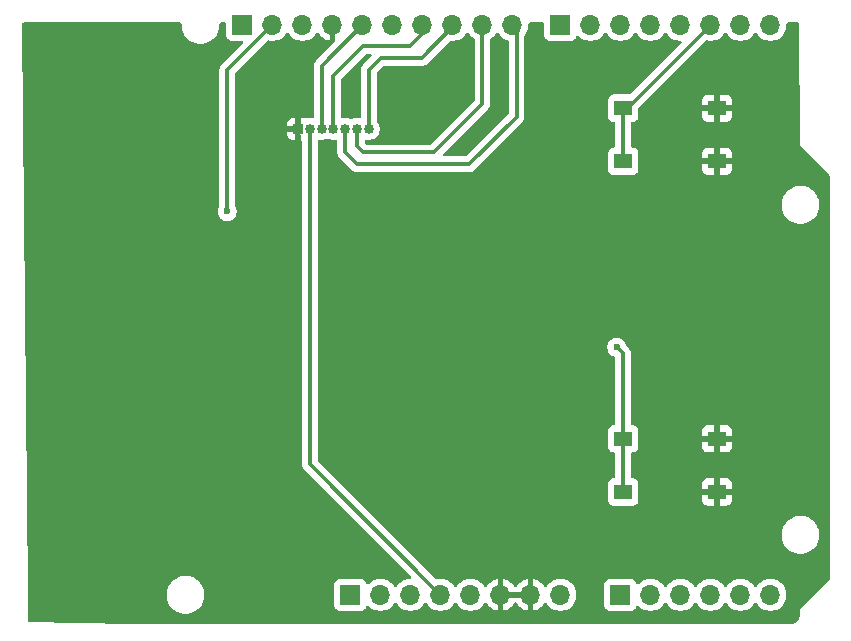
<source format=gbr>
%TF.GenerationSoftware,KiCad,Pcbnew,9.0.6*%
%TF.CreationDate,2025-12-02T16:19:02+01:00*%
%TF.ProjectId,new pcb,6e657720-7063-4622-9e6b-696361645f70,rev?*%
%TF.SameCoordinates,Original*%
%TF.FileFunction,Copper,L1,Top*%
%TF.FilePolarity,Positive*%
%FSLAX46Y46*%
G04 Gerber Fmt 4.6, Leading zero omitted, Abs format (unit mm)*
G04 Created by KiCad (PCBNEW 9.0.6) date 2025-12-02 16:19:02*
%MOMM*%
%LPD*%
G01*
G04 APERTURE LIST*
%TA.AperFunction,SMDPad,CuDef*%
%ADD10R,1.550000X1.300000*%
%TD*%
%TA.AperFunction,ComponentPad*%
%ADD11R,1.700000X1.700000*%
%TD*%
%TA.AperFunction,ComponentPad*%
%ADD12O,1.700000X1.700000*%
%TD*%
%TA.AperFunction,ComponentPad*%
%ADD13R,0.850000X0.850000*%
%TD*%
%TA.AperFunction,ComponentPad*%
%ADD14C,0.850000*%
%TD*%
%TA.AperFunction,ViaPad*%
%ADD15C,0.600000*%
%TD*%
%TA.AperFunction,Conductor*%
%ADD16C,0.300000*%
%TD*%
%TA.AperFunction,Conductor*%
%ADD17C,0.250000*%
%TD*%
G04 APERTURE END LIST*
D10*
%TO.P,S2,1*%
%TO.N,BTN_TX*%
X151025000Y-84250000D03*
%TO.P,S2,3*%
%TO.N,GND*%
X158975000Y-84250000D03*
%TO.P,S2,2*%
%TO.N,BTN_TX*%
X151025000Y-88750000D03*
%TO.P,S2,4*%
%TO.N,GND*%
X158975000Y-88750000D03*
%TD*%
%TO.P,S1,1*%
%TO.N,BTN_RX*%
X151025000Y-56250000D03*
%TO.P,S1,3*%
%TO.N,GND*%
X158975000Y-56250000D03*
%TO.P,S1,2*%
%TO.N,BTN_RX*%
X151025000Y-60750000D03*
%TO.P,S1,4*%
%TO.N,GND*%
X158975000Y-60750000D03*
%TD*%
D11*
%TO.P,J1,1,Pin_1*%
%TO.N,unconnected-(J1-Pin_1-Pad1)*%
X127940000Y-97460000D03*
D12*
%TO.P,J1,2,Pin_2*%
%TO.N,/IOREF*%
X130480000Y-97460000D03*
%TO.P,J1,3,Pin_3*%
%TO.N,/~{RESET}*%
X133020000Y-97460000D03*
%TO.P,J1,4,Pin_4*%
%TO.N,+3V3*%
X135560000Y-97460000D03*
%TO.P,J1,5,Pin_5*%
%TO.N,unconnected-(J1-Pin_5-Pad5)*%
X138100000Y-97460000D03*
%TO.P,J1,6,Pin_6*%
%TO.N,GND*%
X140640000Y-97460000D03*
%TO.P,J1,7,Pin_7*%
X143180000Y-97460000D03*
%TO.P,J1,8,Pin_8*%
%TO.N,unconnected-(J1-Pin_8-Pad8)*%
X145720000Y-97460000D03*
%TD*%
D11*
%TO.P,J3,1,Pin_1*%
%TO.N,/A0*%
X150800000Y-97460000D03*
D12*
%TO.P,J3,2,Pin_2*%
%TO.N,/A1*%
X153340000Y-97460000D03*
%TO.P,J3,3,Pin_3*%
%TO.N,/A2*%
X155880000Y-97460000D03*
%TO.P,J3,4,Pin_4*%
%TO.N,/A3*%
X158420000Y-97460000D03*
%TO.P,J3,5,Pin_5*%
%TO.N,/SDA{slash}A4*%
X160960000Y-97460000D03*
%TO.P,J3,6,Pin_6*%
%TO.N,/SCL{slash}A5*%
X163500000Y-97460000D03*
%TD*%
D11*
%TO.P,J2,1,Pin_1*%
%TO.N,/SCL{slash}A5*%
X118796000Y-49200000D03*
D12*
%TO.P,J2,2,Pin_2*%
%TO.N,/SDA{slash}A4*%
X121336000Y-49200000D03*
%TO.P,J2,3,Pin_3*%
%TO.N,/AREF*%
X123876000Y-49200000D03*
%TO.P,J2,4,Pin_4*%
%TO.N,GND*%
X126416000Y-49200000D03*
%TO.P,J2,5,Pin_5*%
%TO.N,SPI_SCK*%
X128956000Y-49200000D03*
%TO.P,J2,6,Pin_6*%
%TO.N,/12*%
X131496000Y-49200000D03*
%TO.P,J2,7,Pin_7*%
%TO.N,SPI_MOSI*%
X134036000Y-49200000D03*
%TO.P,J2,8,Pin_8*%
%TO.N,OLED_CS*%
X136576000Y-49200000D03*
%TO.P,J2,9,Pin_9*%
%TO.N,OLED_DC*%
X139116000Y-49200000D03*
%TO.P,J2,10,Pin_10*%
%TO.N,OLED_RES*%
X141656000Y-49200000D03*
%TD*%
D11*
%TO.P,J4,1,Pin_1*%
%TO.N,/7*%
X145720000Y-49200000D03*
D12*
%TO.P,J4,2,Pin_2*%
%TO.N,/\u002A6*%
X148260000Y-49200000D03*
%TO.P,J4,3,Pin_3*%
%TO.N,/\u002A5*%
X150800000Y-49200000D03*
%TO.P,J4,4,Pin_4*%
%TO.N,/4*%
X153340000Y-49200000D03*
%TO.P,J4,5,Pin_5*%
%TO.N,BTN_TX*%
X155880000Y-49200000D03*
%TO.P,J4,6,Pin_6*%
%TO.N,BTN_RX*%
X158420000Y-49200000D03*
%TO.P,J4,7,Pin_7*%
%TO.N,/TX{slash}1*%
X160960000Y-49200000D03*
%TO.P,J4,8,Pin_8*%
%TO.N,/RX{slash}0*%
X163500000Y-49200000D03*
%TD*%
D13*
%TO.P,J5,1,Pin_1*%
%TO.N,GND*%
X123500000Y-58000000D03*
D14*
%TO.P,J5,2,Pin_2*%
%TO.N,+3V3*%
X124500000Y-58000000D03*
%TO.P,J5,3,Pin_3*%
%TO.N,SPI_SCK*%
X125500000Y-58000000D03*
%TO.P,J5,4,Pin_4*%
%TO.N,SPI_MOSI*%
X126500000Y-58000000D03*
%TO.P,J5,5,Pin_5*%
%TO.N,OLED_RES*%
X127500000Y-58000000D03*
%TO.P,J5,6,Pin_6*%
%TO.N,OLED_DC*%
X128500000Y-58000000D03*
%TO.P,J5,7,Pin_7*%
%TO.N,OLED_CS*%
X129500000Y-58000000D03*
%TD*%
D15*
%TO.N,GND*%
X139000000Y-58000000D03*
X136000000Y-55000000D03*
X128000000Y-55000000D03*
%TO.N,BTN_TX*%
X150500000Y-76500000D03*
%TO.N,/SDA{slash}A4*%
X117500000Y-65000000D03*
%TD*%
D16*
%TO.N,OLED_DC*%
X128500000Y-59500000D02*
X128500000Y-58062075D01*
X129000000Y-60000000D02*
X128500000Y-59500000D01*
X135000000Y-60000000D02*
X129000000Y-60000000D01*
X139116000Y-55884000D02*
X135000000Y-60000000D01*
X139116000Y-49200000D02*
X139116000Y-55884000D01*
%TO.N,OLED_RES*%
X127500000Y-60000000D02*
X127500000Y-58000000D01*
X128500000Y-61000000D02*
X127500000Y-60000000D01*
X142000000Y-57000000D02*
X138000000Y-61000000D01*
X138000000Y-61000000D02*
X128500000Y-61000000D01*
X142000000Y-49544000D02*
X142000000Y-57000000D01*
X141656000Y-49200000D02*
X142000000Y-49544000D01*
%TO.N,OLED_CS*%
X129500000Y-53000000D02*
X129500000Y-58000000D01*
X136576000Y-49424000D02*
X134000000Y-52000000D01*
X134000000Y-52000000D02*
X130500000Y-52000000D01*
X130500000Y-52000000D02*
X129500000Y-53000000D01*
X136576000Y-49200000D02*
X136576000Y-49424000D01*
%TO.N,SPI_MOSI*%
X134036000Y-49964000D02*
X134036000Y-49200000D01*
X133000000Y-51000000D02*
X134036000Y-49964000D01*
X129000000Y-51000000D02*
X133000000Y-51000000D01*
X126500000Y-53500000D02*
X129000000Y-51000000D01*
X126500000Y-58000000D02*
X126500000Y-53500000D01*
D17*
%TO.N,BTN_RX*%
X151370000Y-56250000D02*
X151025000Y-56250000D01*
X158420000Y-49200000D02*
X151370000Y-56250000D01*
D16*
%TO.N,BTN_TX*%
X151025000Y-84250000D02*
X151025000Y-77025000D01*
X151025000Y-77025000D02*
X150500000Y-76500000D01*
%TO.N,+3V3*%
X124500000Y-86400000D02*
X124500000Y-58000000D01*
X135560000Y-97460000D02*
X124500000Y-86400000D01*
D17*
X135460000Y-97460000D02*
X135560000Y-97460000D01*
D16*
%TO.N,/SDA{slash}A4*%
X117500000Y-65000000D02*
X117500000Y-53036000D01*
X117500000Y-53036000D02*
X121336000Y-49200000D01*
%TO.N,BTN_RX*%
X151025000Y-60750000D02*
X151025000Y-56250000D01*
D17*
%TO.N,OLED_DC*%
X128500000Y-58062075D02*
X128500000Y-58000000D01*
D16*
%TO.N,SPI_SCK*%
X125500000Y-52656000D02*
X125500000Y-58000000D01*
X128956000Y-49200000D02*
X125500000Y-52656000D01*
%TO.N,BTN_TX*%
X151025000Y-84250000D02*
X151025000Y-88750000D01*
%TD*%
%TA.AperFunction,Conductor*%
%TO.N,GND*%
G36*
X113582539Y-49019685D02*
G01*
X113628294Y-49072489D01*
X113639500Y-49124000D01*
X113639500Y-49325961D01*
X113678910Y-49574785D01*
X113756760Y-49814383D01*
X113806504Y-49912009D01*
X113846253Y-49990022D01*
X113871132Y-50038848D01*
X114019201Y-50242649D01*
X114019205Y-50242654D01*
X114197345Y-50420794D01*
X114197350Y-50420798D01*
X114375117Y-50549952D01*
X114401155Y-50568870D01*
X114523071Y-50630989D01*
X114625616Y-50683239D01*
X114625618Y-50683239D01*
X114625621Y-50683241D01*
X114865215Y-50761090D01*
X115114038Y-50800500D01*
X115114039Y-50800500D01*
X115365961Y-50800500D01*
X115365962Y-50800500D01*
X115614785Y-50761090D01*
X115854379Y-50683241D01*
X116078845Y-50568870D01*
X116282656Y-50420793D01*
X116460793Y-50242656D01*
X116608870Y-50038845D01*
X116723241Y-49814379D01*
X116801090Y-49574785D01*
X116840500Y-49325962D01*
X116840500Y-49124000D01*
X116860185Y-49056961D01*
X116912989Y-49011206D01*
X116964500Y-49000000D01*
X117313500Y-49000000D01*
X117380539Y-49019685D01*
X117426294Y-49072489D01*
X117437500Y-49124000D01*
X117437500Y-50098654D01*
X117444011Y-50159202D01*
X117444011Y-50159204D01*
X117484968Y-50269011D01*
X117495111Y-50296204D01*
X117582739Y-50413261D01*
X117699796Y-50500889D01*
X117836799Y-50551989D01*
X117864050Y-50554918D01*
X117897345Y-50558499D01*
X117897362Y-50558500D01*
X118746879Y-50558500D01*
X118813918Y-50578185D01*
X118859673Y-50630989D01*
X118869617Y-50700147D01*
X118840592Y-50763703D01*
X118834560Y-50770181D01*
X116988513Y-52616225D01*
X116988510Y-52616228D01*
X116918607Y-52720847D01*
X116918607Y-52720848D01*
X116916443Y-52724085D01*
X116916442Y-52724087D01*
X116866807Y-52843918D01*
X116866804Y-52843928D01*
X116841500Y-52971140D01*
X116841500Y-64492638D01*
X116821815Y-64559677D01*
X116820603Y-64561528D01*
X116783516Y-64617033D01*
X116722570Y-64764168D01*
X116722568Y-64764176D01*
X116691500Y-64920365D01*
X116691500Y-65079634D01*
X116722568Y-65235823D01*
X116722570Y-65235831D01*
X116783517Y-65382969D01*
X116871995Y-65515387D01*
X116872001Y-65515394D01*
X116984605Y-65627998D01*
X116984612Y-65628004D01*
X117117030Y-65716482D01*
X117117031Y-65716482D01*
X117117032Y-65716483D01*
X117264169Y-65777430D01*
X117420365Y-65808499D01*
X117420369Y-65808500D01*
X117420370Y-65808500D01*
X117579631Y-65808500D01*
X117579632Y-65808499D01*
X117735831Y-65777430D01*
X117882968Y-65716483D01*
X118015389Y-65628003D01*
X118128003Y-65515389D01*
X118216483Y-65382968D01*
X118277430Y-65235831D01*
X118308500Y-65079630D01*
X118308500Y-64920370D01*
X118277430Y-64764169D01*
X118216483Y-64617032D01*
X118179397Y-64561528D01*
X118158520Y-64494850D01*
X118158500Y-64492638D01*
X118158500Y-58472844D01*
X122575000Y-58472844D01*
X122581401Y-58532372D01*
X122581403Y-58532379D01*
X122631645Y-58667086D01*
X122631649Y-58667093D01*
X122717809Y-58782187D01*
X122717812Y-58782190D01*
X122832906Y-58868350D01*
X122832913Y-58868354D01*
X122967620Y-58918596D01*
X122967627Y-58918598D01*
X123027155Y-58924999D01*
X123027172Y-58925000D01*
X123250000Y-58925000D01*
X123250000Y-58250000D01*
X122575000Y-58250000D01*
X122575000Y-58472844D01*
X118158500Y-58472844D01*
X118158500Y-57527155D01*
X122575000Y-57527155D01*
X122575000Y-57750000D01*
X123250000Y-57750000D01*
X123250000Y-57075000D01*
X123027155Y-57075000D01*
X122967627Y-57081401D01*
X122967620Y-57081403D01*
X122832913Y-57131645D01*
X122832906Y-57131649D01*
X122717812Y-57217809D01*
X122717809Y-57217812D01*
X122631649Y-57332906D01*
X122631645Y-57332913D01*
X122581403Y-57467620D01*
X122581401Y-57467627D01*
X122575000Y-57527155D01*
X118158500Y-57527155D01*
X118158500Y-53360121D01*
X118178185Y-53293082D01*
X118194819Y-53272440D01*
X119231031Y-52236228D01*
X120907882Y-50559376D01*
X120969203Y-50525893D01*
X121014959Y-50524586D01*
X121098516Y-50537820D01*
X121229084Y-50558500D01*
X121229085Y-50558500D01*
X121442915Y-50558500D01*
X121442916Y-50558500D01*
X121654116Y-50525049D01*
X121857483Y-50458972D01*
X122048009Y-50361894D01*
X122221004Y-50236206D01*
X122372206Y-50085004D01*
X122497894Y-49912009D01*
X122497896Y-49912004D01*
X122500270Y-49908132D01*
X122552080Y-49861254D01*
X122621009Y-49849829D01*
X122685173Y-49877483D01*
X122711730Y-49908132D01*
X122714103Y-49912005D01*
X122714106Y-49912009D01*
X122839794Y-50085004D01*
X122990996Y-50236206D01*
X123163991Y-50361894D01*
X123217500Y-50389158D01*
X123354516Y-50458972D01*
X123354519Y-50458973D01*
X123456200Y-50492010D01*
X123557884Y-50525049D01*
X123769084Y-50558500D01*
X123769085Y-50558500D01*
X123982915Y-50558500D01*
X123982916Y-50558500D01*
X124194116Y-50525049D01*
X124397483Y-50458972D01*
X124588009Y-50361894D01*
X124761004Y-50236206D01*
X124912206Y-50085004D01*
X125037894Y-49912009D01*
X125040283Y-49907319D01*
X125088254Y-49856522D01*
X125156074Y-49839724D01*
X125222210Y-49862258D01*
X125258201Y-49903788D01*
X125258832Y-49903402D01*
X125261164Y-49907207D01*
X125261251Y-49907308D01*
X125261376Y-49907554D01*
X125386272Y-50079459D01*
X125386276Y-50079464D01*
X125536535Y-50229723D01*
X125536540Y-50229727D01*
X125708442Y-50354620D01*
X125897782Y-50451095D01*
X126099871Y-50516757D01*
X126166000Y-50527231D01*
X126166000Y-49633012D01*
X126223007Y-49665925D01*
X126350174Y-49700000D01*
X126481826Y-49700000D01*
X126608993Y-49665925D01*
X126666000Y-49633012D01*
X126666000Y-50507376D01*
X126646315Y-50574415D01*
X126629681Y-50595057D01*
X124988510Y-52236228D01*
X124937938Y-52311914D01*
X124937939Y-52311915D01*
X124916442Y-52344087D01*
X124866807Y-52463918D01*
X124866804Y-52463928D01*
X124841500Y-52591140D01*
X124841500Y-56965045D01*
X124821815Y-57032084D01*
X124769011Y-57077839D01*
X124699853Y-57087783D01*
X124693309Y-57086662D01*
X124591946Y-57066500D01*
X124591942Y-57066500D01*
X124408058Y-57066500D01*
X124408055Y-57066500D01*
X124227715Y-57102371D01*
X124227707Y-57102374D01*
X124206869Y-57111005D01*
X124137399Y-57118471D01*
X124116088Y-57112624D01*
X124032380Y-57081403D01*
X124032372Y-57081401D01*
X123972844Y-57075000D01*
X123750000Y-57075000D01*
X123750000Y-57404583D01*
X123730315Y-57471622D01*
X123729103Y-57473473D01*
X123672740Y-57557825D01*
X123602375Y-57727703D01*
X123602372Y-57727715D01*
X123594269Y-57768449D01*
X123549728Y-57750000D01*
X123450272Y-57750000D01*
X123358386Y-57788060D01*
X123288060Y-57858386D01*
X123250000Y-57950272D01*
X123250000Y-58049728D01*
X123288060Y-58141614D01*
X123358386Y-58211940D01*
X123450272Y-58250000D01*
X123549728Y-58250000D01*
X123594269Y-58231550D01*
X123602372Y-58272284D01*
X123602375Y-58272296D01*
X123672739Y-58442171D01*
X123672746Y-58442183D01*
X123729102Y-58526525D01*
X123749980Y-58593202D01*
X123750000Y-58595416D01*
X123750000Y-58925000D01*
X123763510Y-58938510D01*
X123784539Y-58944685D01*
X123830294Y-58997489D01*
X123841500Y-59049000D01*
X123841500Y-86335143D01*
X123841500Y-86464857D01*
X123841500Y-86464859D01*
X123841499Y-86464859D01*
X123866804Y-86592071D01*
X123866806Y-86592077D01*
X123916443Y-86711913D01*
X123916447Y-86711920D01*
X123988510Y-86819771D01*
X123988511Y-86819772D01*
X133058559Y-95889819D01*
X133092044Y-95951142D01*
X133087060Y-96020834D01*
X133045188Y-96076767D01*
X132979724Y-96101184D01*
X132970878Y-96101500D01*
X132913084Y-96101500D01*
X132842684Y-96112650D01*
X132701882Y-96134951D01*
X132498519Y-96201026D01*
X132498516Y-96201027D01*
X132307990Y-96298106D01*
X132134993Y-96423796D01*
X131983796Y-96574993D01*
X131858105Y-96747991D01*
X131855727Y-96751873D01*
X131803914Y-96798748D01*
X131734984Y-96810169D01*
X131670822Y-96782512D01*
X131644273Y-96751873D01*
X131641894Y-96747991D01*
X131641891Y-96747987D01*
X131516206Y-96574996D01*
X131365004Y-96423794D01*
X131192009Y-96298106D01*
X131001483Y-96201027D01*
X131001480Y-96201026D01*
X130798117Y-96134951D01*
X130692516Y-96118225D01*
X130586916Y-96101500D01*
X130373084Y-96101500D01*
X130302684Y-96112650D01*
X130161882Y-96134951D01*
X129958519Y-96201026D01*
X129958516Y-96201027D01*
X129767990Y-96298106D01*
X129594997Y-96423793D01*
X129489818Y-96528972D01*
X129428495Y-96562456D01*
X129358803Y-96557472D01*
X129302870Y-96515600D01*
X129285958Y-96484629D01*
X129240889Y-96363796D01*
X129153261Y-96246739D01*
X129036204Y-96159111D01*
X129021182Y-96153508D01*
X128899203Y-96108011D01*
X128838654Y-96101500D01*
X128838638Y-96101500D01*
X127041362Y-96101500D01*
X127041345Y-96101500D01*
X126980797Y-96108011D01*
X126980795Y-96108011D01*
X126843795Y-96159111D01*
X126726739Y-96246739D01*
X126639111Y-96363795D01*
X126588011Y-96500795D01*
X126588011Y-96500797D01*
X126581500Y-96561345D01*
X126581500Y-98358654D01*
X126588011Y-98419202D01*
X126588011Y-98419204D01*
X126619138Y-98502656D01*
X126639111Y-98556204D01*
X126726739Y-98673261D01*
X126843796Y-98760889D01*
X126980799Y-98811989D01*
X127008050Y-98814918D01*
X127041345Y-98818499D01*
X127041362Y-98818500D01*
X128838638Y-98818500D01*
X128838654Y-98818499D01*
X128865692Y-98815591D01*
X128899201Y-98811989D01*
X129036204Y-98760889D01*
X129153261Y-98673261D01*
X129240889Y-98556204D01*
X129285957Y-98435371D01*
X129327827Y-98379442D01*
X129393291Y-98355025D01*
X129461564Y-98369877D01*
X129489818Y-98391028D01*
X129594996Y-98496206D01*
X129767991Y-98621894D01*
X129854542Y-98665994D01*
X129958516Y-98718972D01*
X129958519Y-98718973D01*
X130060200Y-98752010D01*
X130161884Y-98785049D01*
X130373084Y-98818500D01*
X130373085Y-98818500D01*
X130586915Y-98818500D01*
X130586916Y-98818500D01*
X130798116Y-98785049D01*
X131001483Y-98718972D01*
X131192009Y-98621894D01*
X131365004Y-98496206D01*
X131516206Y-98345004D01*
X131641894Y-98172009D01*
X131641896Y-98172004D01*
X131644270Y-98168132D01*
X131696080Y-98121254D01*
X131765009Y-98109829D01*
X131829173Y-98137483D01*
X131855730Y-98168132D01*
X131858103Y-98172005D01*
X131858105Y-98172008D01*
X131858106Y-98172009D01*
X131983794Y-98345004D01*
X132134996Y-98496206D01*
X132307991Y-98621894D01*
X132394542Y-98665994D01*
X132498516Y-98718972D01*
X132498519Y-98718973D01*
X132600200Y-98752010D01*
X132701884Y-98785049D01*
X132913084Y-98818500D01*
X132913085Y-98818500D01*
X133126915Y-98818500D01*
X133126916Y-98818500D01*
X133338116Y-98785049D01*
X133541483Y-98718972D01*
X133732009Y-98621894D01*
X133905004Y-98496206D01*
X134056206Y-98345004D01*
X134181894Y-98172009D01*
X134181896Y-98172004D01*
X134184270Y-98168132D01*
X134236080Y-98121254D01*
X134305009Y-98109829D01*
X134369173Y-98137483D01*
X134395730Y-98168132D01*
X134398103Y-98172005D01*
X134398105Y-98172008D01*
X134398106Y-98172009D01*
X134523794Y-98345004D01*
X134674996Y-98496206D01*
X134847991Y-98621894D01*
X134934542Y-98665994D01*
X135038516Y-98718972D01*
X135038519Y-98718973D01*
X135140200Y-98752010D01*
X135241884Y-98785049D01*
X135453084Y-98818500D01*
X135453085Y-98818500D01*
X135666915Y-98818500D01*
X135666916Y-98818500D01*
X135878116Y-98785049D01*
X136081483Y-98718972D01*
X136272009Y-98621894D01*
X136445004Y-98496206D01*
X136596206Y-98345004D01*
X136721894Y-98172009D01*
X136721896Y-98172004D01*
X136724270Y-98168132D01*
X136776080Y-98121254D01*
X136845009Y-98109829D01*
X136909173Y-98137483D01*
X136935730Y-98168132D01*
X136938103Y-98172005D01*
X136938105Y-98172008D01*
X136938106Y-98172009D01*
X137063794Y-98345004D01*
X137214996Y-98496206D01*
X137387991Y-98621894D01*
X137474542Y-98665994D01*
X137578516Y-98718972D01*
X137578519Y-98718973D01*
X137680200Y-98752010D01*
X137781884Y-98785049D01*
X137993084Y-98818500D01*
X137993085Y-98818500D01*
X138206915Y-98818500D01*
X138206916Y-98818500D01*
X138418116Y-98785049D01*
X138621483Y-98718972D01*
X138812009Y-98621894D01*
X138985004Y-98496206D01*
X139136206Y-98345004D01*
X139261894Y-98172009D01*
X139264283Y-98167319D01*
X139312254Y-98116522D01*
X139380074Y-98099724D01*
X139446210Y-98122258D01*
X139482201Y-98163788D01*
X139482832Y-98163402D01*
X139485164Y-98167207D01*
X139485251Y-98167308D01*
X139485376Y-98167554D01*
X139610272Y-98339459D01*
X139610276Y-98339464D01*
X139760535Y-98489723D01*
X139760540Y-98489727D01*
X139932442Y-98614620D01*
X140121782Y-98711095D01*
X140323871Y-98776757D01*
X140390000Y-98787231D01*
X140390000Y-97893012D01*
X140447007Y-97925925D01*
X140574174Y-97960000D01*
X140705826Y-97960000D01*
X140832993Y-97925925D01*
X140890000Y-97893012D01*
X140890000Y-98787230D01*
X140956126Y-98776757D01*
X140956129Y-98776757D01*
X141158217Y-98711095D01*
X141347557Y-98614620D01*
X141519459Y-98489727D01*
X141519464Y-98489723D01*
X141669723Y-98339464D01*
X141669727Y-98339459D01*
X141794620Y-98167558D01*
X141799514Y-98157954D01*
X141847488Y-98107157D01*
X141915308Y-98090361D01*
X141981444Y-98112897D01*
X142020486Y-98157954D01*
X142025379Y-98167558D01*
X142150272Y-98339459D01*
X142150276Y-98339464D01*
X142300535Y-98489723D01*
X142300540Y-98489727D01*
X142472442Y-98614620D01*
X142661782Y-98711095D01*
X142863871Y-98776757D01*
X142930000Y-98787231D01*
X142930000Y-97893012D01*
X142987007Y-97925925D01*
X143114174Y-97960000D01*
X143245826Y-97960000D01*
X143372993Y-97925925D01*
X143430000Y-97893012D01*
X143430000Y-98787230D01*
X143496126Y-98776757D01*
X143496129Y-98776757D01*
X143698217Y-98711095D01*
X143887557Y-98614620D01*
X144059459Y-98489727D01*
X144059464Y-98489723D01*
X144209723Y-98339464D01*
X144209727Y-98339459D01*
X144334619Y-98167560D01*
X144334738Y-98167327D01*
X144334808Y-98167252D01*
X144337168Y-98163402D01*
X144337976Y-98163897D01*
X144382707Y-98116526D01*
X144450526Y-98099723D01*
X144516663Y-98122254D01*
X144555712Y-98167311D01*
X144558105Y-98172008D01*
X144600002Y-98229674D01*
X144683794Y-98345004D01*
X144834996Y-98496206D01*
X145007991Y-98621894D01*
X145094542Y-98665994D01*
X145198516Y-98718972D01*
X145198519Y-98718973D01*
X145300200Y-98752010D01*
X145401884Y-98785049D01*
X145613084Y-98818500D01*
X145613085Y-98818500D01*
X145826915Y-98818500D01*
X145826916Y-98818500D01*
X146038116Y-98785049D01*
X146241483Y-98718972D01*
X146432009Y-98621894D01*
X146605004Y-98496206D01*
X146756206Y-98345004D01*
X146881894Y-98172009D01*
X146978972Y-97981483D01*
X147045049Y-97778116D01*
X147078500Y-97566916D01*
X147078500Y-97353084D01*
X147045049Y-97141884D01*
X146978972Y-96938517D01*
X146978972Y-96938516D01*
X146931639Y-96845621D01*
X146881894Y-96747991D01*
X146756206Y-96574996D01*
X146742555Y-96561345D01*
X149441500Y-96561345D01*
X149441500Y-98358654D01*
X149448011Y-98419202D01*
X149448011Y-98419204D01*
X149479138Y-98502656D01*
X149499111Y-98556204D01*
X149586739Y-98673261D01*
X149703796Y-98760889D01*
X149840799Y-98811989D01*
X149868050Y-98814918D01*
X149901345Y-98818499D01*
X149901362Y-98818500D01*
X151698638Y-98818500D01*
X151698654Y-98818499D01*
X151725692Y-98815591D01*
X151759201Y-98811989D01*
X151896204Y-98760889D01*
X152013261Y-98673261D01*
X152100889Y-98556204D01*
X152145957Y-98435371D01*
X152187827Y-98379442D01*
X152253291Y-98355025D01*
X152321564Y-98369877D01*
X152349818Y-98391028D01*
X152454996Y-98496206D01*
X152627991Y-98621894D01*
X152714542Y-98665994D01*
X152818516Y-98718972D01*
X152818519Y-98718973D01*
X152920200Y-98752010D01*
X153021884Y-98785049D01*
X153233084Y-98818500D01*
X153233085Y-98818500D01*
X153446915Y-98818500D01*
X153446916Y-98818500D01*
X153658116Y-98785049D01*
X153861483Y-98718972D01*
X154052009Y-98621894D01*
X154225004Y-98496206D01*
X154376206Y-98345004D01*
X154501894Y-98172009D01*
X154501896Y-98172004D01*
X154504270Y-98168132D01*
X154556080Y-98121254D01*
X154625009Y-98109829D01*
X154689173Y-98137483D01*
X154715730Y-98168132D01*
X154718103Y-98172005D01*
X154718105Y-98172008D01*
X154718106Y-98172009D01*
X154843794Y-98345004D01*
X154994996Y-98496206D01*
X155167991Y-98621894D01*
X155254542Y-98665994D01*
X155358516Y-98718972D01*
X155358519Y-98718973D01*
X155460200Y-98752010D01*
X155561884Y-98785049D01*
X155773084Y-98818500D01*
X155773085Y-98818500D01*
X155986915Y-98818500D01*
X155986916Y-98818500D01*
X156198116Y-98785049D01*
X156401483Y-98718972D01*
X156592009Y-98621894D01*
X156765004Y-98496206D01*
X156916206Y-98345004D01*
X157041894Y-98172009D01*
X157041896Y-98172004D01*
X157044270Y-98168132D01*
X157096080Y-98121254D01*
X157165009Y-98109829D01*
X157229173Y-98137483D01*
X157255730Y-98168132D01*
X157258103Y-98172005D01*
X157258105Y-98172008D01*
X157258106Y-98172009D01*
X157383794Y-98345004D01*
X157534996Y-98496206D01*
X157707991Y-98621894D01*
X157794542Y-98665994D01*
X157898516Y-98718972D01*
X157898519Y-98718973D01*
X158000200Y-98752010D01*
X158101884Y-98785049D01*
X158313084Y-98818500D01*
X158313085Y-98818500D01*
X158526915Y-98818500D01*
X158526916Y-98818500D01*
X158738116Y-98785049D01*
X158941483Y-98718972D01*
X159132009Y-98621894D01*
X159305004Y-98496206D01*
X159456206Y-98345004D01*
X159581894Y-98172009D01*
X159581896Y-98172004D01*
X159584270Y-98168132D01*
X159636080Y-98121254D01*
X159705009Y-98109829D01*
X159769173Y-98137483D01*
X159795730Y-98168132D01*
X159798103Y-98172005D01*
X159798105Y-98172008D01*
X159798106Y-98172009D01*
X159923794Y-98345004D01*
X160074996Y-98496206D01*
X160247991Y-98621894D01*
X160334542Y-98665994D01*
X160438516Y-98718972D01*
X160438519Y-98718973D01*
X160540200Y-98752010D01*
X160641884Y-98785049D01*
X160853084Y-98818500D01*
X160853085Y-98818500D01*
X161066915Y-98818500D01*
X161066916Y-98818500D01*
X161278116Y-98785049D01*
X161481483Y-98718972D01*
X161672009Y-98621894D01*
X161845004Y-98496206D01*
X161996206Y-98345004D01*
X162121894Y-98172009D01*
X162121896Y-98172004D01*
X162124270Y-98168132D01*
X162176080Y-98121254D01*
X162245009Y-98109829D01*
X162309173Y-98137483D01*
X162335730Y-98168132D01*
X162338103Y-98172005D01*
X162338105Y-98172008D01*
X162338106Y-98172009D01*
X162463794Y-98345004D01*
X162614996Y-98496206D01*
X162787991Y-98621894D01*
X162874542Y-98665994D01*
X162978516Y-98718972D01*
X162978519Y-98718973D01*
X163080200Y-98752010D01*
X163181884Y-98785049D01*
X163393084Y-98818500D01*
X163393085Y-98818500D01*
X163606915Y-98818500D01*
X163606916Y-98818500D01*
X163818116Y-98785049D01*
X164021483Y-98718972D01*
X164212009Y-98621894D01*
X164385004Y-98496206D01*
X164536206Y-98345004D01*
X164661894Y-98172009D01*
X164758972Y-97981483D01*
X164825049Y-97778116D01*
X164858500Y-97566916D01*
X164858500Y-97353084D01*
X164825049Y-97141884D01*
X164758972Y-96938517D01*
X164758972Y-96938516D01*
X164703495Y-96829638D01*
X164661894Y-96747991D01*
X164536206Y-96574996D01*
X164385004Y-96423794D01*
X164212009Y-96298106D01*
X164021483Y-96201027D01*
X164021480Y-96201026D01*
X163818117Y-96134951D01*
X163712516Y-96118225D01*
X163606916Y-96101500D01*
X163393084Y-96101500D01*
X163322684Y-96112650D01*
X163181882Y-96134951D01*
X162978519Y-96201026D01*
X162978516Y-96201027D01*
X162787990Y-96298106D01*
X162614993Y-96423796D01*
X162463796Y-96574993D01*
X162338105Y-96747991D01*
X162335727Y-96751873D01*
X162283914Y-96798748D01*
X162214984Y-96810169D01*
X162150822Y-96782512D01*
X162124273Y-96751873D01*
X162121894Y-96747991D01*
X162121891Y-96747987D01*
X161996206Y-96574996D01*
X161845004Y-96423794D01*
X161672009Y-96298106D01*
X161481483Y-96201027D01*
X161481480Y-96201026D01*
X161278117Y-96134951D01*
X161172516Y-96118225D01*
X161066916Y-96101500D01*
X160853084Y-96101500D01*
X160782684Y-96112650D01*
X160641882Y-96134951D01*
X160438519Y-96201026D01*
X160438516Y-96201027D01*
X160247990Y-96298106D01*
X160074993Y-96423796D01*
X159923796Y-96574993D01*
X159798105Y-96747991D01*
X159795727Y-96751873D01*
X159743914Y-96798748D01*
X159674984Y-96810169D01*
X159610822Y-96782512D01*
X159584273Y-96751873D01*
X159581894Y-96747991D01*
X159581891Y-96747987D01*
X159456206Y-96574996D01*
X159305004Y-96423794D01*
X159132009Y-96298106D01*
X158941483Y-96201027D01*
X158941480Y-96201026D01*
X158738117Y-96134951D01*
X158632516Y-96118225D01*
X158526916Y-96101500D01*
X158313084Y-96101500D01*
X158242684Y-96112650D01*
X158101882Y-96134951D01*
X157898519Y-96201026D01*
X157898516Y-96201027D01*
X157707990Y-96298106D01*
X157534993Y-96423796D01*
X157383796Y-96574993D01*
X157258105Y-96747991D01*
X157255727Y-96751873D01*
X157203914Y-96798748D01*
X157134984Y-96810169D01*
X157070822Y-96782512D01*
X157044273Y-96751873D01*
X157041894Y-96747991D01*
X157041891Y-96747987D01*
X156916206Y-96574996D01*
X156765004Y-96423794D01*
X156592009Y-96298106D01*
X156401483Y-96201027D01*
X156401480Y-96201026D01*
X156198117Y-96134951D01*
X156092516Y-96118225D01*
X155986916Y-96101500D01*
X155773084Y-96101500D01*
X155702684Y-96112650D01*
X155561882Y-96134951D01*
X155358519Y-96201026D01*
X155358516Y-96201027D01*
X155167990Y-96298106D01*
X154994993Y-96423796D01*
X154843796Y-96574993D01*
X154718105Y-96747991D01*
X154715727Y-96751873D01*
X154663914Y-96798748D01*
X154594984Y-96810169D01*
X154530822Y-96782512D01*
X154504273Y-96751873D01*
X154501894Y-96747991D01*
X154501891Y-96747987D01*
X154376206Y-96574996D01*
X154225004Y-96423794D01*
X154052009Y-96298106D01*
X153861483Y-96201027D01*
X153861480Y-96201026D01*
X153658117Y-96134951D01*
X153552516Y-96118225D01*
X153446916Y-96101500D01*
X153233084Y-96101500D01*
X153162684Y-96112650D01*
X153021882Y-96134951D01*
X152818519Y-96201026D01*
X152818516Y-96201027D01*
X152627990Y-96298106D01*
X152454997Y-96423793D01*
X152349818Y-96528972D01*
X152288495Y-96562456D01*
X152218803Y-96557472D01*
X152162870Y-96515600D01*
X152145958Y-96484629D01*
X152100889Y-96363796D01*
X152013261Y-96246739D01*
X151896204Y-96159111D01*
X151881182Y-96153508D01*
X151759203Y-96108011D01*
X151698654Y-96101500D01*
X151698638Y-96101500D01*
X149901362Y-96101500D01*
X149901345Y-96101500D01*
X149840797Y-96108011D01*
X149840795Y-96108011D01*
X149703795Y-96159111D01*
X149586739Y-96246739D01*
X149499111Y-96363795D01*
X149448011Y-96500795D01*
X149448011Y-96500797D01*
X149441500Y-96561345D01*
X146742555Y-96561345D01*
X146605004Y-96423794D01*
X146432009Y-96298106D01*
X146241483Y-96201027D01*
X146241480Y-96201026D01*
X146038117Y-96134951D01*
X145932516Y-96118225D01*
X145826916Y-96101500D01*
X145613084Y-96101500D01*
X145542684Y-96112650D01*
X145401882Y-96134951D01*
X145198519Y-96201026D01*
X145198516Y-96201027D01*
X145007990Y-96298106D01*
X144834993Y-96423796D01*
X144683796Y-96574993D01*
X144558103Y-96747994D01*
X144555709Y-96752693D01*
X144507731Y-96803485D01*
X144439908Y-96820275D01*
X144373775Y-96797732D01*
X144337800Y-96756210D01*
X144337168Y-96756598D01*
X144334829Y-96752781D01*
X144334743Y-96752682D01*
X144334620Y-96752441D01*
X144209727Y-96580540D01*
X144209723Y-96580535D01*
X144059464Y-96430276D01*
X144059459Y-96430272D01*
X143887557Y-96305379D01*
X143698215Y-96208903D01*
X143496124Y-96143241D01*
X143430000Y-96132768D01*
X143430000Y-97026988D01*
X143372993Y-96994075D01*
X143245826Y-96960000D01*
X143114174Y-96960000D01*
X142987007Y-96994075D01*
X142930000Y-97026988D01*
X142930000Y-96132768D01*
X142929999Y-96132768D01*
X142863875Y-96143241D01*
X142661784Y-96208903D01*
X142472442Y-96305379D01*
X142300540Y-96430272D01*
X142300535Y-96430276D01*
X142150276Y-96580535D01*
X142150272Y-96580540D01*
X142025377Y-96752444D01*
X142020484Y-96762048D01*
X141972509Y-96812844D01*
X141904688Y-96829638D01*
X141838553Y-96807100D01*
X141799516Y-96762048D01*
X141794622Y-96752444D01*
X141669727Y-96580540D01*
X141669723Y-96580535D01*
X141519464Y-96430276D01*
X141519459Y-96430272D01*
X141347557Y-96305379D01*
X141158215Y-96208903D01*
X140956124Y-96143241D01*
X140890000Y-96132768D01*
X140890000Y-97026988D01*
X140832993Y-96994075D01*
X140705826Y-96960000D01*
X140574174Y-96960000D01*
X140447007Y-96994075D01*
X140390000Y-97026988D01*
X140390000Y-96132768D01*
X140389999Y-96132768D01*
X140323875Y-96143241D01*
X140121784Y-96208903D01*
X139932442Y-96305379D01*
X139760540Y-96430272D01*
X139760535Y-96430276D01*
X139610276Y-96580535D01*
X139610272Y-96580540D01*
X139485376Y-96752446D01*
X139485374Y-96752448D01*
X139485246Y-96752701D01*
X139485172Y-96752779D01*
X139482832Y-96756598D01*
X139482029Y-96756106D01*
X139437264Y-96803489D01*
X139369441Y-96820274D01*
X139303309Y-96797727D01*
X139264285Y-96752683D01*
X139261895Y-96747992D01*
X139230472Y-96704742D01*
X139136206Y-96574996D01*
X138985004Y-96423794D01*
X138812009Y-96298106D01*
X138621483Y-96201027D01*
X138621480Y-96201026D01*
X138418117Y-96134951D01*
X138312516Y-96118225D01*
X138206916Y-96101500D01*
X137993084Y-96101500D01*
X137922684Y-96112650D01*
X137781882Y-96134951D01*
X137578519Y-96201026D01*
X137578516Y-96201027D01*
X137387990Y-96298106D01*
X137214993Y-96423796D01*
X137063796Y-96574993D01*
X136938105Y-96747991D01*
X136935727Y-96751873D01*
X136883914Y-96798748D01*
X136814984Y-96810169D01*
X136750822Y-96782512D01*
X136724273Y-96751873D01*
X136721894Y-96747991D01*
X136721891Y-96747987D01*
X136596206Y-96574996D01*
X136445004Y-96423794D01*
X136272009Y-96298106D01*
X136081483Y-96201027D01*
X136081480Y-96201026D01*
X135878117Y-96134951D01*
X135772516Y-96118225D01*
X135666916Y-96101500D01*
X135453084Y-96101500D01*
X135238959Y-96135413D01*
X135169666Y-96126458D01*
X135131881Y-96100621D01*
X131285298Y-92254038D01*
X164439500Y-92254038D01*
X164439500Y-92505961D01*
X164478910Y-92754785D01*
X164556760Y-92994383D01*
X164671132Y-93218848D01*
X164819201Y-93422649D01*
X164819205Y-93422654D01*
X164997345Y-93600794D01*
X164997350Y-93600798D01*
X165175117Y-93729952D01*
X165201155Y-93748870D01*
X165344184Y-93821747D01*
X165425616Y-93863239D01*
X165425618Y-93863239D01*
X165425621Y-93863241D01*
X165665215Y-93941090D01*
X165914038Y-93980500D01*
X165914039Y-93980500D01*
X166165961Y-93980500D01*
X166165962Y-93980500D01*
X166414785Y-93941090D01*
X166654379Y-93863241D01*
X166878845Y-93748870D01*
X167082656Y-93600793D01*
X167260793Y-93422656D01*
X167408870Y-93218845D01*
X167523241Y-92994379D01*
X167601090Y-92754785D01*
X167640500Y-92505962D01*
X167640500Y-92254038D01*
X167601090Y-92005215D01*
X167523241Y-91765621D01*
X167523239Y-91765618D01*
X167523239Y-91765616D01*
X167481747Y-91684184D01*
X167408870Y-91541155D01*
X167389952Y-91515117D01*
X167260798Y-91337350D01*
X167260794Y-91337345D01*
X167082654Y-91159205D01*
X167082649Y-91159201D01*
X166878848Y-91011132D01*
X166878847Y-91011131D01*
X166878845Y-91011130D01*
X166808747Y-90975413D01*
X166654383Y-90896760D01*
X166414785Y-90818910D01*
X166165962Y-90779500D01*
X165914038Y-90779500D01*
X165789626Y-90799205D01*
X165665214Y-90818910D01*
X165425616Y-90896760D01*
X165201151Y-91011132D01*
X164997350Y-91159201D01*
X164997345Y-91159205D01*
X164819205Y-91337345D01*
X164819201Y-91337350D01*
X164671132Y-91541151D01*
X164556760Y-91765616D01*
X164478910Y-92005214D01*
X164439500Y-92254038D01*
X131285298Y-92254038D01*
X125194819Y-86163559D01*
X125161334Y-86102236D01*
X125158500Y-86075878D01*
X125158500Y-76420365D01*
X149691500Y-76420365D01*
X149691500Y-76579634D01*
X149722568Y-76735823D01*
X149722570Y-76735831D01*
X149783517Y-76882969D01*
X149871995Y-77015387D01*
X149872001Y-77015394D01*
X149984605Y-77127998D01*
X149984612Y-77128004D01*
X150117030Y-77216482D01*
X150117031Y-77216482D01*
X150117032Y-77216483D01*
X150264169Y-77277430D01*
X150266681Y-77277929D01*
X150267873Y-77278553D01*
X150269999Y-77279198D01*
X150269876Y-77279600D01*
X150328593Y-77310306D01*
X150363173Y-77371018D01*
X150366500Y-77399548D01*
X150366500Y-82967500D01*
X150346815Y-83034539D01*
X150294011Y-83080294D01*
X150242500Y-83091500D01*
X150201345Y-83091500D01*
X150140797Y-83098011D01*
X150140795Y-83098011D01*
X150003795Y-83149111D01*
X149886739Y-83236739D01*
X149799111Y-83353795D01*
X149748011Y-83490795D01*
X149748011Y-83490797D01*
X149741500Y-83551345D01*
X149741500Y-84948654D01*
X149748011Y-85009202D01*
X149748011Y-85009204D01*
X149797575Y-85142086D01*
X149799111Y-85146204D01*
X149886739Y-85263261D01*
X150003796Y-85350889D01*
X150118297Y-85393596D01*
X150135463Y-85399999D01*
X150140799Y-85401989D01*
X150168050Y-85404918D01*
X150201345Y-85408499D01*
X150201362Y-85408500D01*
X150242500Y-85408500D01*
X150309539Y-85428185D01*
X150355294Y-85480989D01*
X150366500Y-85532500D01*
X150366500Y-87467500D01*
X150346815Y-87534539D01*
X150294011Y-87580294D01*
X150242500Y-87591500D01*
X150201345Y-87591500D01*
X150140797Y-87598011D01*
X150140795Y-87598011D01*
X150003795Y-87649111D01*
X149886739Y-87736739D01*
X149799111Y-87853795D01*
X149748011Y-87990795D01*
X149748011Y-87990797D01*
X149741500Y-88051345D01*
X149741500Y-89448654D01*
X149748011Y-89509202D01*
X149748011Y-89509204D01*
X149797575Y-89642086D01*
X149799111Y-89646204D01*
X149886739Y-89763261D01*
X150003796Y-89850889D01*
X150118297Y-89893596D01*
X150135463Y-89899999D01*
X150140799Y-89901989D01*
X150168050Y-89904918D01*
X150201345Y-89908499D01*
X150201362Y-89908500D01*
X151848638Y-89908500D01*
X151848654Y-89908499D01*
X151875692Y-89905591D01*
X151909201Y-89901989D01*
X151914537Y-89899999D01*
X151931703Y-89893596D01*
X152046204Y-89850889D01*
X152163261Y-89763261D01*
X152250889Y-89646204D01*
X152301989Y-89509201D01*
X152305591Y-89475692D01*
X152308499Y-89448654D01*
X152308500Y-89448637D01*
X152308500Y-89447844D01*
X157700000Y-89447844D01*
X157706401Y-89507372D01*
X157706403Y-89507379D01*
X157756645Y-89642086D01*
X157756649Y-89642093D01*
X157842809Y-89757187D01*
X157842812Y-89757190D01*
X157957906Y-89843350D01*
X157957913Y-89843354D01*
X158092620Y-89893596D01*
X158092627Y-89893598D01*
X158152155Y-89899999D01*
X158152172Y-89900000D01*
X158725000Y-89900000D01*
X159225000Y-89900000D01*
X159797828Y-89900000D01*
X159797844Y-89899999D01*
X159857372Y-89893598D01*
X159857379Y-89893596D01*
X159992086Y-89843354D01*
X159992093Y-89843350D01*
X160107187Y-89757190D01*
X160107190Y-89757187D01*
X160193350Y-89642093D01*
X160193354Y-89642086D01*
X160243596Y-89507379D01*
X160243598Y-89507372D01*
X160249999Y-89447844D01*
X160250000Y-89447827D01*
X160250000Y-89000000D01*
X159225000Y-89000000D01*
X159225000Y-89900000D01*
X158725000Y-89900000D01*
X158725000Y-89000000D01*
X157700000Y-89000000D01*
X157700000Y-89447844D01*
X152308500Y-89447844D01*
X152308500Y-88052155D01*
X157700000Y-88052155D01*
X157700000Y-88500000D01*
X158725000Y-88500000D01*
X159225000Y-88500000D01*
X160250000Y-88500000D01*
X160250000Y-88052172D01*
X160249999Y-88052155D01*
X160243598Y-87992627D01*
X160243596Y-87992620D01*
X160193354Y-87857913D01*
X160193350Y-87857906D01*
X160107190Y-87742812D01*
X160107187Y-87742809D01*
X159992093Y-87656649D01*
X159992086Y-87656645D01*
X159857379Y-87606403D01*
X159857372Y-87606401D01*
X159797844Y-87600000D01*
X159225000Y-87600000D01*
X159225000Y-88500000D01*
X158725000Y-88500000D01*
X158725000Y-87600000D01*
X158152155Y-87600000D01*
X158092627Y-87606401D01*
X158092620Y-87606403D01*
X157957913Y-87656645D01*
X157957906Y-87656649D01*
X157842812Y-87742809D01*
X157842809Y-87742812D01*
X157756649Y-87857906D01*
X157756645Y-87857913D01*
X157706403Y-87992620D01*
X157706401Y-87992627D01*
X157700000Y-88052155D01*
X152308500Y-88052155D01*
X152308500Y-88051362D01*
X152308499Y-88051345D01*
X152305157Y-88020270D01*
X152301989Y-87990799D01*
X152250889Y-87853796D01*
X152163261Y-87736739D01*
X152046204Y-87649111D01*
X151909203Y-87598011D01*
X151848654Y-87591500D01*
X151848638Y-87591500D01*
X151807500Y-87591500D01*
X151740461Y-87571815D01*
X151694706Y-87519011D01*
X151683500Y-87467500D01*
X151683500Y-85532500D01*
X151703185Y-85465461D01*
X151755989Y-85419706D01*
X151807500Y-85408500D01*
X151848638Y-85408500D01*
X151848654Y-85408499D01*
X151875692Y-85405591D01*
X151909201Y-85401989D01*
X151914537Y-85399999D01*
X151931703Y-85393596D01*
X152046204Y-85350889D01*
X152163261Y-85263261D01*
X152250889Y-85146204D01*
X152301989Y-85009201D01*
X152305591Y-84975692D01*
X152308499Y-84948654D01*
X152308500Y-84948637D01*
X152308500Y-84947844D01*
X157700000Y-84947844D01*
X157706401Y-85007372D01*
X157706403Y-85007379D01*
X157756645Y-85142086D01*
X157756649Y-85142093D01*
X157842809Y-85257187D01*
X157842812Y-85257190D01*
X157957906Y-85343350D01*
X157957913Y-85343354D01*
X158092620Y-85393596D01*
X158092627Y-85393598D01*
X158152155Y-85399999D01*
X158152172Y-85400000D01*
X158725000Y-85400000D01*
X159225000Y-85400000D01*
X159797828Y-85400000D01*
X159797844Y-85399999D01*
X159857372Y-85393598D01*
X159857379Y-85393596D01*
X159992086Y-85343354D01*
X159992093Y-85343350D01*
X160107187Y-85257190D01*
X160107190Y-85257187D01*
X160193350Y-85142093D01*
X160193354Y-85142086D01*
X160243596Y-85007379D01*
X160243598Y-85007372D01*
X160249999Y-84947844D01*
X160250000Y-84947827D01*
X160250000Y-84500000D01*
X159225000Y-84500000D01*
X159225000Y-85400000D01*
X158725000Y-85400000D01*
X158725000Y-84500000D01*
X157700000Y-84500000D01*
X157700000Y-84947844D01*
X152308500Y-84947844D01*
X152308500Y-83552155D01*
X157700000Y-83552155D01*
X157700000Y-84000000D01*
X158725000Y-84000000D01*
X159225000Y-84000000D01*
X160250000Y-84000000D01*
X160250000Y-83552172D01*
X160249999Y-83552155D01*
X160243598Y-83492627D01*
X160243596Y-83492620D01*
X160193354Y-83357913D01*
X160193350Y-83357906D01*
X160107190Y-83242812D01*
X160107187Y-83242809D01*
X159992093Y-83156649D01*
X159992086Y-83156645D01*
X159857379Y-83106403D01*
X159857372Y-83106401D01*
X159797844Y-83100000D01*
X159225000Y-83100000D01*
X159225000Y-84000000D01*
X158725000Y-84000000D01*
X158725000Y-83100000D01*
X158152155Y-83100000D01*
X158092627Y-83106401D01*
X158092620Y-83106403D01*
X157957913Y-83156645D01*
X157957906Y-83156649D01*
X157842812Y-83242809D01*
X157842809Y-83242812D01*
X157756649Y-83357906D01*
X157756645Y-83357913D01*
X157706403Y-83492620D01*
X157706401Y-83492627D01*
X157700000Y-83552155D01*
X152308500Y-83552155D01*
X152308500Y-83551362D01*
X152308499Y-83551345D01*
X152305157Y-83520270D01*
X152301989Y-83490799D01*
X152250889Y-83353796D01*
X152163261Y-83236739D01*
X152046204Y-83149111D01*
X151909203Y-83098011D01*
X151848654Y-83091500D01*
X151848638Y-83091500D01*
X151807500Y-83091500D01*
X151740461Y-83071815D01*
X151694706Y-83019011D01*
X151683500Y-82967500D01*
X151683500Y-76960140D01*
X151658195Y-76832928D01*
X151658194Y-76832927D01*
X151658194Y-76832923D01*
X151608555Y-76713083D01*
X151594519Y-76692077D01*
X151594517Y-76692074D01*
X151594517Y-76692073D01*
X151536489Y-76605228D01*
X151536486Y-76605225D01*
X151324388Y-76393128D01*
X151290903Y-76331805D01*
X151290469Y-76329724D01*
X151277430Y-76264169D01*
X151216483Y-76117032D01*
X151128003Y-75984611D01*
X151127998Y-75984605D01*
X151015394Y-75872001D01*
X151015387Y-75871995D01*
X150882969Y-75783517D01*
X150735831Y-75722570D01*
X150735823Y-75722568D01*
X150579634Y-75691500D01*
X150579630Y-75691500D01*
X150420370Y-75691500D01*
X150420365Y-75691500D01*
X150264176Y-75722568D01*
X150264168Y-75722570D01*
X150117030Y-75783517D01*
X149984612Y-75871995D01*
X149984605Y-75872001D01*
X149872001Y-75984605D01*
X149871995Y-75984612D01*
X149783517Y-76117030D01*
X149722570Y-76264168D01*
X149722568Y-76264176D01*
X149691500Y-76420365D01*
X125158500Y-76420365D01*
X125158500Y-64314038D01*
X164439500Y-64314038D01*
X164439500Y-64565961D01*
X164478910Y-64814785D01*
X164556760Y-65054383D01*
X164671132Y-65278848D01*
X164819201Y-65482649D01*
X164819205Y-65482654D01*
X164997345Y-65660794D01*
X164997350Y-65660798D01*
X165157880Y-65777429D01*
X165201155Y-65808870D01*
X165344184Y-65881747D01*
X165425616Y-65923239D01*
X165425618Y-65923239D01*
X165425621Y-65923241D01*
X165665215Y-66001090D01*
X165914038Y-66040500D01*
X165914039Y-66040500D01*
X166165961Y-66040500D01*
X166165962Y-66040500D01*
X166414785Y-66001090D01*
X166654379Y-65923241D01*
X166878845Y-65808870D01*
X167082656Y-65660793D01*
X167260793Y-65482656D01*
X167408870Y-65278845D01*
X167523241Y-65054379D01*
X167601090Y-64814785D01*
X167640500Y-64565962D01*
X167640500Y-64314038D01*
X167601090Y-64065215D01*
X167523241Y-63825621D01*
X167523239Y-63825618D01*
X167523239Y-63825616D01*
X167481747Y-63744184D01*
X167408870Y-63601155D01*
X167389952Y-63575117D01*
X167260798Y-63397350D01*
X167260794Y-63397345D01*
X167082654Y-63219205D01*
X167082649Y-63219201D01*
X166878848Y-63071132D01*
X166878847Y-63071131D01*
X166878845Y-63071130D01*
X166808747Y-63035413D01*
X166654383Y-62956760D01*
X166414785Y-62878910D01*
X166165962Y-62839500D01*
X165914038Y-62839500D01*
X165789626Y-62859205D01*
X165665214Y-62878910D01*
X165425616Y-62956760D01*
X165201151Y-63071132D01*
X164997350Y-63219201D01*
X164997345Y-63219205D01*
X164819205Y-63397345D01*
X164819201Y-63397350D01*
X164671132Y-63601151D01*
X164556760Y-63825616D01*
X164478910Y-64065214D01*
X164439500Y-64314038D01*
X125158500Y-64314038D01*
X125158500Y-59034954D01*
X125178185Y-58967915D01*
X125230989Y-58922160D01*
X125300147Y-58912216D01*
X125306692Y-58913337D01*
X125408055Y-58933500D01*
X125408058Y-58933500D01*
X125591944Y-58933500D01*
X125591945Y-58933499D01*
X125772292Y-58897626D01*
X125842971Y-58868350D01*
X125947807Y-58824926D01*
X125948328Y-58826185D01*
X126009932Y-58813350D01*
X126051885Y-58825668D01*
X126052193Y-58824926D01*
X126227703Y-58897624D01*
X126227708Y-58897626D01*
X126365321Y-58924999D01*
X126408053Y-58933499D01*
X126408056Y-58933500D01*
X126408058Y-58933500D01*
X126591944Y-58933500D01*
X126693308Y-58913337D01*
X126762900Y-58919564D01*
X126818077Y-58962427D01*
X126841322Y-59028316D01*
X126841500Y-59034954D01*
X126841500Y-59935143D01*
X126841500Y-60064857D01*
X126841500Y-60064859D01*
X126841499Y-60064859D01*
X126866804Y-60192071D01*
X126866806Y-60192077D01*
X126916443Y-60311913D01*
X126916447Y-60311920D01*
X126988510Y-60419771D01*
X128080227Y-61511488D01*
X128080231Y-61511491D01*
X128188076Y-61583551D01*
X128188080Y-61583553D01*
X128188083Y-61583555D01*
X128307923Y-61633195D01*
X128414036Y-61654301D01*
X128435143Y-61658500D01*
X138064859Y-61658500D01*
X138150444Y-61641475D01*
X138192077Y-61633194D01*
X138311917Y-61583555D01*
X138419769Y-61511491D01*
X142511490Y-57419769D01*
X142583555Y-57311917D01*
X142633194Y-57192077D01*
X142637040Y-57172743D01*
X142645335Y-57131040D01*
X142658500Y-57064859D01*
X142658500Y-50170072D01*
X142678185Y-50103033D01*
X142689448Y-50089055D01*
X142689042Y-50088708D01*
X142692197Y-50085012D01*
X142692206Y-50085004D01*
X142817894Y-49912009D01*
X142914972Y-49721483D01*
X142981049Y-49518116D01*
X143014500Y-49306916D01*
X143014500Y-49124000D01*
X143034185Y-49056961D01*
X143086989Y-49011206D01*
X143138500Y-49000000D01*
X144237500Y-49000000D01*
X144304539Y-49019685D01*
X144350294Y-49072489D01*
X144361500Y-49124000D01*
X144361500Y-50098654D01*
X144368011Y-50159202D01*
X144368011Y-50159204D01*
X144408968Y-50269011D01*
X144419111Y-50296204D01*
X144506739Y-50413261D01*
X144623796Y-50500889D01*
X144760799Y-50551989D01*
X144788050Y-50554918D01*
X144821345Y-50558499D01*
X144821362Y-50558500D01*
X146618638Y-50558500D01*
X146618654Y-50558499D01*
X146645692Y-50555591D01*
X146679201Y-50551989D01*
X146816204Y-50500889D01*
X146933261Y-50413261D01*
X147020889Y-50296204D01*
X147065957Y-50175371D01*
X147107827Y-50119442D01*
X147173291Y-50095025D01*
X147241564Y-50109877D01*
X147269818Y-50131028D01*
X147374996Y-50236206D01*
X147547991Y-50361894D01*
X147601500Y-50389158D01*
X147738516Y-50458972D01*
X147738519Y-50458973D01*
X147840200Y-50492010D01*
X147941884Y-50525049D01*
X148153084Y-50558500D01*
X148153085Y-50558500D01*
X148366915Y-50558500D01*
X148366916Y-50558500D01*
X148578116Y-50525049D01*
X148781483Y-50458972D01*
X148972009Y-50361894D01*
X149145004Y-50236206D01*
X149296206Y-50085004D01*
X149421894Y-49912009D01*
X149421896Y-49912004D01*
X149424270Y-49908132D01*
X149476080Y-49861254D01*
X149545009Y-49849829D01*
X149609173Y-49877483D01*
X149635730Y-49908132D01*
X149638103Y-49912005D01*
X149638106Y-49912009D01*
X149763794Y-50085004D01*
X149914996Y-50236206D01*
X150087991Y-50361894D01*
X150141500Y-50389158D01*
X150278516Y-50458972D01*
X150278519Y-50458973D01*
X150380200Y-50492010D01*
X150481884Y-50525049D01*
X150693084Y-50558500D01*
X150693085Y-50558500D01*
X150906915Y-50558500D01*
X150906916Y-50558500D01*
X151118116Y-50525049D01*
X151321483Y-50458972D01*
X151512009Y-50361894D01*
X151685004Y-50236206D01*
X151836206Y-50085004D01*
X151961894Y-49912009D01*
X151961896Y-49912004D01*
X151964270Y-49908132D01*
X152016080Y-49861254D01*
X152085009Y-49849829D01*
X152149173Y-49877483D01*
X152175730Y-49908132D01*
X152178103Y-49912005D01*
X152178106Y-49912009D01*
X152303794Y-50085004D01*
X152454996Y-50236206D01*
X152627991Y-50361894D01*
X152681500Y-50389158D01*
X152818516Y-50458972D01*
X152818519Y-50458973D01*
X152920200Y-50492010D01*
X153021884Y-50525049D01*
X153233084Y-50558500D01*
X153233085Y-50558500D01*
X153446915Y-50558500D01*
X153446916Y-50558500D01*
X153658116Y-50525049D01*
X153861483Y-50458972D01*
X154052009Y-50361894D01*
X154225004Y-50236206D01*
X154376206Y-50085004D01*
X154501894Y-49912009D01*
X154501896Y-49912004D01*
X154504270Y-49908132D01*
X154556080Y-49861254D01*
X154625009Y-49849829D01*
X154689173Y-49877483D01*
X154715730Y-49908132D01*
X154718103Y-49912005D01*
X154718106Y-49912009D01*
X154843794Y-50085004D01*
X154994996Y-50236206D01*
X155167991Y-50361894D01*
X155221500Y-50389158D01*
X155358516Y-50458972D01*
X155358519Y-50458973D01*
X155460200Y-50492010D01*
X155561884Y-50525049D01*
X155773084Y-50558500D01*
X155773085Y-50558500D01*
X155866232Y-50558500D01*
X155933271Y-50578185D01*
X155979026Y-50630989D01*
X155988970Y-50700147D01*
X155959945Y-50763703D01*
X155953913Y-50770181D01*
X151668915Y-55055181D01*
X151607592Y-55088666D01*
X151581234Y-55091500D01*
X150201345Y-55091500D01*
X150140797Y-55098011D01*
X150140795Y-55098011D01*
X150003795Y-55149111D01*
X149886739Y-55236739D01*
X149799111Y-55353795D01*
X149748011Y-55490795D01*
X149748011Y-55490797D01*
X149741500Y-55551345D01*
X149741500Y-56948654D01*
X149748011Y-57009202D01*
X149748011Y-57009204D01*
X149782762Y-57102371D01*
X149799111Y-57146204D01*
X149886739Y-57263261D01*
X150003796Y-57350889D01*
X150118297Y-57393596D01*
X150135463Y-57399999D01*
X150140799Y-57401989D01*
X150168050Y-57404918D01*
X150201345Y-57408499D01*
X150201362Y-57408500D01*
X150242500Y-57408500D01*
X150309539Y-57428185D01*
X150355294Y-57480989D01*
X150366500Y-57532500D01*
X150366500Y-59467500D01*
X150346815Y-59534539D01*
X150294011Y-59580294D01*
X150242500Y-59591500D01*
X150201345Y-59591500D01*
X150140797Y-59598011D01*
X150140795Y-59598011D01*
X150003795Y-59649111D01*
X149886739Y-59736739D01*
X149799111Y-59853795D01*
X149748011Y-59990795D01*
X149748011Y-59990797D01*
X149741500Y-60051345D01*
X149741500Y-61448654D01*
X149748011Y-61509202D01*
X149748011Y-61509204D01*
X149775744Y-61583556D01*
X149799111Y-61646204D01*
X149886739Y-61763261D01*
X150003796Y-61850889D01*
X150095202Y-61884982D01*
X150135463Y-61899999D01*
X150140799Y-61901989D01*
X150168050Y-61904918D01*
X150201345Y-61908499D01*
X150201362Y-61908500D01*
X151848638Y-61908500D01*
X151848654Y-61908499D01*
X151875692Y-61905591D01*
X151909201Y-61901989D01*
X151914537Y-61899999D01*
X151931703Y-61893596D01*
X152046204Y-61850889D01*
X152163261Y-61763261D01*
X152250889Y-61646204D01*
X152301989Y-61509201D01*
X152305591Y-61475692D01*
X152308499Y-61448654D01*
X152308500Y-61448637D01*
X152308500Y-61447844D01*
X157700000Y-61447844D01*
X157706401Y-61507372D01*
X157706403Y-61507379D01*
X157756645Y-61642086D01*
X157756649Y-61642093D01*
X157842809Y-61757187D01*
X157842812Y-61757190D01*
X157957906Y-61843350D01*
X157957913Y-61843354D01*
X158092620Y-61893596D01*
X158092627Y-61893598D01*
X158152155Y-61899999D01*
X158152172Y-61900000D01*
X158725000Y-61900000D01*
X159225000Y-61900000D01*
X159797828Y-61900000D01*
X159797844Y-61899999D01*
X159857372Y-61893598D01*
X159857379Y-61893596D01*
X159992086Y-61843354D01*
X159992093Y-61843350D01*
X160107187Y-61757190D01*
X160107190Y-61757187D01*
X160193350Y-61642093D01*
X160193354Y-61642086D01*
X160243596Y-61507379D01*
X160243598Y-61507372D01*
X160249999Y-61447844D01*
X160250000Y-61447827D01*
X160250000Y-61000000D01*
X159225000Y-61000000D01*
X159225000Y-61900000D01*
X158725000Y-61900000D01*
X158725000Y-61000000D01*
X157700000Y-61000000D01*
X157700000Y-61447844D01*
X152308500Y-61447844D01*
X152308500Y-60052155D01*
X157700000Y-60052155D01*
X157700000Y-60500000D01*
X158725000Y-60500000D01*
X159225000Y-60500000D01*
X160250000Y-60500000D01*
X160250000Y-60052172D01*
X160249999Y-60052155D01*
X160243598Y-59992627D01*
X160243596Y-59992620D01*
X160193354Y-59857913D01*
X160193350Y-59857906D01*
X160107190Y-59742812D01*
X160107187Y-59742809D01*
X159992093Y-59656649D01*
X159992086Y-59656645D01*
X159857379Y-59606403D01*
X159857372Y-59606401D01*
X159797844Y-59600000D01*
X159225000Y-59600000D01*
X159225000Y-60500000D01*
X158725000Y-60500000D01*
X158725000Y-59600000D01*
X158152155Y-59600000D01*
X158092627Y-59606401D01*
X158092620Y-59606403D01*
X157957913Y-59656645D01*
X157957906Y-59656649D01*
X157842812Y-59742809D01*
X157842809Y-59742812D01*
X157756649Y-59857906D01*
X157756645Y-59857913D01*
X157706403Y-59992620D01*
X157706401Y-59992627D01*
X157700000Y-60052155D01*
X152308500Y-60052155D01*
X152308500Y-60051362D01*
X152308499Y-60051345D01*
X152305157Y-60020270D01*
X152301989Y-59990799D01*
X152250889Y-59853796D01*
X152163261Y-59736739D01*
X152046204Y-59649111D01*
X151909203Y-59598011D01*
X151848654Y-59591500D01*
X151848638Y-59591500D01*
X151807500Y-59591500D01*
X151740461Y-59571815D01*
X151694706Y-59519011D01*
X151683500Y-59467500D01*
X151683500Y-57532500D01*
X151703185Y-57465461D01*
X151755989Y-57419706D01*
X151807500Y-57408500D01*
X151848638Y-57408500D01*
X151848654Y-57408499D01*
X151875692Y-57405591D01*
X151909201Y-57401989D01*
X151914537Y-57399999D01*
X151931703Y-57393596D01*
X152046204Y-57350889D01*
X152163261Y-57263261D01*
X152250889Y-57146204D01*
X152301989Y-57009201D01*
X152306736Y-56965045D01*
X152308499Y-56948654D01*
X152308500Y-56948637D01*
X152308500Y-56947844D01*
X157700000Y-56947844D01*
X157706401Y-57007372D01*
X157706403Y-57007379D01*
X157756645Y-57142086D01*
X157756649Y-57142093D01*
X157842809Y-57257187D01*
X157842812Y-57257190D01*
X157957906Y-57343350D01*
X157957913Y-57343354D01*
X158092620Y-57393596D01*
X158092627Y-57393598D01*
X158152155Y-57399999D01*
X158152172Y-57400000D01*
X158725000Y-57400000D01*
X159225000Y-57400000D01*
X159797828Y-57400000D01*
X159797844Y-57399999D01*
X159857372Y-57393598D01*
X159857379Y-57393596D01*
X159992086Y-57343354D01*
X159992093Y-57343350D01*
X160107187Y-57257190D01*
X160107190Y-57257187D01*
X160193350Y-57142093D01*
X160193354Y-57142086D01*
X160243596Y-57007379D01*
X160243598Y-57007372D01*
X160249999Y-56947844D01*
X160250000Y-56947827D01*
X160250000Y-56500000D01*
X159225000Y-56500000D01*
X159225000Y-57400000D01*
X158725000Y-57400000D01*
X158725000Y-56500000D01*
X157700000Y-56500000D01*
X157700000Y-56947844D01*
X152308500Y-56947844D01*
X152308500Y-56258766D01*
X152328185Y-56191727D01*
X152344819Y-56171085D01*
X152963749Y-55552155D01*
X157700000Y-55552155D01*
X157700000Y-56000000D01*
X158725000Y-56000000D01*
X159225000Y-56000000D01*
X160250000Y-56000000D01*
X160250000Y-55552172D01*
X160249999Y-55552155D01*
X160243598Y-55492627D01*
X160243596Y-55492620D01*
X160193354Y-55357913D01*
X160193350Y-55357906D01*
X160107190Y-55242812D01*
X160107187Y-55242809D01*
X159992093Y-55156649D01*
X159992086Y-55156645D01*
X159857379Y-55106403D01*
X159857372Y-55106401D01*
X159797844Y-55100000D01*
X159225000Y-55100000D01*
X159225000Y-56000000D01*
X158725000Y-56000000D01*
X158725000Y-55100000D01*
X158152155Y-55100000D01*
X158092627Y-55106401D01*
X158092620Y-55106403D01*
X157957913Y-55156645D01*
X157957906Y-55156649D01*
X157842812Y-55242809D01*
X157842809Y-55242812D01*
X157756649Y-55357906D01*
X157756645Y-55357913D01*
X157706403Y-55492620D01*
X157706401Y-55492627D01*
X157700000Y-55552155D01*
X152963749Y-55552155D01*
X153054734Y-55461170D01*
X155279463Y-53236441D01*
X157964353Y-50551550D01*
X158025674Y-50518067D01*
X158090348Y-50521301D01*
X158100459Y-50524586D01*
X158101884Y-50525049D01*
X158313084Y-50558500D01*
X158313085Y-50558500D01*
X158526915Y-50558500D01*
X158526916Y-50558500D01*
X158738116Y-50525049D01*
X158941483Y-50458972D01*
X159132009Y-50361894D01*
X159305004Y-50236206D01*
X159456206Y-50085004D01*
X159581894Y-49912009D01*
X159581896Y-49912004D01*
X159584270Y-49908132D01*
X159636080Y-49861254D01*
X159705009Y-49849829D01*
X159769173Y-49877483D01*
X159795730Y-49908132D01*
X159798103Y-49912005D01*
X159798106Y-49912009D01*
X159923794Y-50085004D01*
X160074996Y-50236206D01*
X160247991Y-50361894D01*
X160301500Y-50389158D01*
X160438516Y-50458972D01*
X160438519Y-50458973D01*
X160540200Y-50492010D01*
X160641884Y-50525049D01*
X160853084Y-50558500D01*
X160853085Y-50558500D01*
X161066915Y-50558500D01*
X161066916Y-50558500D01*
X161278116Y-50525049D01*
X161481483Y-50458972D01*
X161672009Y-50361894D01*
X161845004Y-50236206D01*
X161996206Y-50085004D01*
X162121894Y-49912009D01*
X162121896Y-49912004D01*
X162124270Y-49908132D01*
X162176080Y-49861254D01*
X162245009Y-49849829D01*
X162309173Y-49877483D01*
X162335730Y-49908132D01*
X162338103Y-49912005D01*
X162338106Y-49912009D01*
X162463794Y-50085004D01*
X162614996Y-50236206D01*
X162787991Y-50361894D01*
X162841500Y-50389158D01*
X162978516Y-50458972D01*
X162978519Y-50458973D01*
X163080200Y-50492010D01*
X163181884Y-50525049D01*
X163393084Y-50558500D01*
X163393085Y-50558500D01*
X163606915Y-50558500D01*
X163606916Y-50558500D01*
X163818116Y-50525049D01*
X164021483Y-50458972D01*
X164212009Y-50361894D01*
X164385004Y-50236206D01*
X164536206Y-50085004D01*
X164661894Y-49912009D01*
X164758972Y-49721483D01*
X164825049Y-49518116D01*
X164858500Y-49306916D01*
X164858500Y-49124000D01*
X164878185Y-49056961D01*
X164930989Y-49011206D01*
X164982500Y-49000000D01*
X165804457Y-49000000D01*
X165871496Y-49019685D01*
X165917251Y-49072489D01*
X165928456Y-49123563D01*
X165964403Y-59332855D01*
X165964500Y-59360230D01*
X165964500Y-59375018D01*
X165964552Y-59375144D01*
X165964553Y-59375283D01*
X165964576Y-59375340D01*
X165964577Y-59375342D01*
X165970240Y-59388880D01*
X165970404Y-59389273D01*
X165975994Y-59402768D01*
X165976142Y-59402989D01*
X165986516Y-59413290D01*
X165986827Y-59413600D01*
X168468181Y-61894954D01*
X168501666Y-61956277D01*
X168504500Y-61982635D01*
X168504500Y-96107364D01*
X168484815Y-96174403D01*
X168468181Y-96195045D01*
X165997233Y-98665994D01*
X165975995Y-98687231D01*
X165964500Y-98714982D01*
X165964500Y-99231907D01*
X165963903Y-99244062D01*
X165952505Y-99359778D01*
X165947763Y-99383618D01*
X165917832Y-99482290D01*
X165915789Y-99489024D01*
X165906486Y-99511482D01*
X165854561Y-99608627D01*
X165841056Y-99628839D01*
X165771176Y-99713988D01*
X165753988Y-99731176D01*
X165668839Y-99801056D01*
X165648627Y-99814561D01*
X165551482Y-99866486D01*
X165529028Y-99875787D01*
X165487028Y-99888528D01*
X165423618Y-99907763D01*
X165399778Y-99912505D01*
X165291162Y-99923203D01*
X165284060Y-99923903D01*
X165271907Y-99924500D01*
X109288040Y-99924500D01*
X109286256Y-99924487D01*
X100755428Y-99801741D01*
X100688679Y-99781094D01*
X100643688Y-99727637D01*
X100633218Y-99678977D01*
X100610138Y-97334038D01*
X112369500Y-97334038D01*
X112369500Y-97585961D01*
X112408910Y-97834785D01*
X112486760Y-98074383D01*
X112601132Y-98298848D01*
X112749201Y-98502649D01*
X112749205Y-98502654D01*
X112927345Y-98680794D01*
X112927350Y-98680798D01*
X113037587Y-98760889D01*
X113131155Y-98828870D01*
X113274184Y-98901747D01*
X113355616Y-98943239D01*
X113355618Y-98943239D01*
X113355621Y-98943241D01*
X113595215Y-99021090D01*
X113844038Y-99060500D01*
X113844039Y-99060500D01*
X114095961Y-99060500D01*
X114095962Y-99060500D01*
X114344785Y-99021090D01*
X114584379Y-98943241D01*
X114808845Y-98828870D01*
X115012656Y-98680793D01*
X115190793Y-98502656D01*
X115338870Y-98298845D01*
X115453241Y-98074379D01*
X115531090Y-97834785D01*
X115570500Y-97585962D01*
X115570500Y-97334038D01*
X115531090Y-97085215D01*
X115453241Y-96845621D01*
X115453239Y-96845618D01*
X115453239Y-96845616D01*
X115403498Y-96747994D01*
X115338870Y-96621155D01*
X115292602Y-96557472D01*
X115190798Y-96417350D01*
X115190794Y-96417345D01*
X115012654Y-96239205D01*
X115012649Y-96239201D01*
X114808848Y-96091132D01*
X114808847Y-96091131D01*
X114808845Y-96091130D01*
X114738747Y-96055413D01*
X114584383Y-95976760D01*
X114344785Y-95898910D01*
X114287387Y-95889819D01*
X114095962Y-95859500D01*
X113844038Y-95859500D01*
X113719626Y-95879205D01*
X113595214Y-95898910D01*
X113355616Y-95976760D01*
X113131151Y-96091132D01*
X112927350Y-96239201D01*
X112927345Y-96239205D01*
X112749205Y-96417345D01*
X112749201Y-96417350D01*
X112601132Y-96621151D01*
X112486760Y-96845616D01*
X112408910Y-97085214D01*
X112369500Y-97334038D01*
X100610138Y-97334038D01*
X100135642Y-49125218D01*
X100154666Y-49057990D01*
X100207017Y-49011718D01*
X100259636Y-49000000D01*
X113515500Y-49000000D01*
X113582539Y-49019685D01*
G37*
%TD.AperFunction*%
%TA.AperFunction,Conductor*%
G36*
X142714075Y-97267007D02*
G01*
X142680000Y-97394174D01*
X142680000Y-97525826D01*
X142714075Y-97652993D01*
X142746988Y-97710000D01*
X141073012Y-97710000D01*
X141105925Y-97652993D01*
X141140000Y-97525826D01*
X141140000Y-97394174D01*
X141105925Y-97267007D01*
X141073012Y-97210000D01*
X142746988Y-97210000D01*
X142714075Y-97267007D01*
G37*
%TD.AperFunction*%
%TA.AperFunction,Conductor*%
G36*
X140465173Y-49877483D02*
G01*
X140491730Y-49908132D01*
X140494103Y-49912005D01*
X140494106Y-49912009D01*
X140619794Y-50085004D01*
X140770996Y-50236206D01*
X140943991Y-50361894D01*
X140997500Y-50389158D01*
X141134516Y-50458972D01*
X141134522Y-50458974D01*
X141214187Y-50484858D01*
X141255817Y-50498384D01*
X141313493Y-50537820D01*
X141340692Y-50602179D01*
X141341500Y-50616315D01*
X141341500Y-56675878D01*
X141321815Y-56742917D01*
X141305181Y-56763559D01*
X137763559Y-60305181D01*
X137702236Y-60338666D01*
X137675878Y-60341500D01*
X135889122Y-60341500D01*
X135822083Y-60321815D01*
X135776328Y-60269011D01*
X135766384Y-60199853D01*
X135795409Y-60136297D01*
X135801441Y-60129819D01*
X139627489Y-56303771D01*
X139627491Y-56303769D01*
X139699555Y-56195917D01*
X139749194Y-56076077D01*
X139774500Y-55948857D01*
X139774500Y-55819143D01*
X139774500Y-50463952D01*
X139794185Y-50396913D01*
X139825614Y-50363634D01*
X139856079Y-50341500D01*
X140001004Y-50236206D01*
X140152206Y-50085004D01*
X140277894Y-49912009D01*
X140277896Y-49912004D01*
X140280270Y-49908132D01*
X140332080Y-49861254D01*
X140401009Y-49849829D01*
X140465173Y-49877483D01*
G37*
%TD.AperFunction*%
%TA.AperFunction,Conductor*%
G36*
X137925173Y-49877483D02*
G01*
X137951730Y-49908132D01*
X137954103Y-49912005D01*
X137954106Y-49912009D01*
X138079794Y-50085004D01*
X138230996Y-50236206D01*
X138375486Y-50341184D01*
X138406386Y-50363634D01*
X138449051Y-50418964D01*
X138457500Y-50463952D01*
X138457500Y-55559878D01*
X138437815Y-55626917D01*
X138421181Y-55647559D01*
X134763559Y-59305181D01*
X134702236Y-59338666D01*
X134675878Y-59341500D01*
X129324122Y-59341500D01*
X129294681Y-59332855D01*
X129264695Y-59326332D01*
X129259679Y-59322577D01*
X129257083Y-59321815D01*
X129236441Y-59305181D01*
X129194819Y-59263559D01*
X129161334Y-59202236D01*
X129158500Y-59175878D01*
X129158500Y-59034954D01*
X129178185Y-58967915D01*
X129230989Y-58922160D01*
X129300147Y-58912216D01*
X129306692Y-58913337D01*
X129408055Y-58933500D01*
X129408058Y-58933500D01*
X129591944Y-58933500D01*
X129591945Y-58933499D01*
X129772292Y-58897626D01*
X129942178Y-58827257D01*
X129942180Y-58827256D01*
X130018112Y-58776519D01*
X130095072Y-58725097D01*
X130225097Y-58595072D01*
X130327257Y-58442178D01*
X130397626Y-58272292D01*
X130433500Y-58091942D01*
X130433500Y-57908058D01*
X130433500Y-57908055D01*
X130433499Y-57908053D01*
X130397626Y-57727708D01*
X130397624Y-57727703D01*
X130327258Y-57557823D01*
X130327256Y-57557819D01*
X130225100Y-57404932D01*
X130225094Y-57404924D01*
X130194819Y-57374649D01*
X130161334Y-57313326D01*
X130158500Y-57286968D01*
X130158500Y-53324122D01*
X130178185Y-53257083D01*
X130194819Y-53236441D01*
X130736441Y-52694819D01*
X130797764Y-52661334D01*
X130824122Y-52658500D01*
X134064859Y-52658500D01*
X134150444Y-52641475D01*
X134192077Y-52633194D01*
X134311917Y-52583555D01*
X134419769Y-52511491D01*
X136341255Y-50590003D01*
X136402576Y-50556520D01*
X136448331Y-50555213D01*
X136469084Y-50558500D01*
X136469085Y-50558500D01*
X136682915Y-50558500D01*
X136682916Y-50558500D01*
X136894116Y-50525049D01*
X137097483Y-50458972D01*
X137288009Y-50361894D01*
X137461004Y-50236206D01*
X137612206Y-50085004D01*
X137737894Y-49912009D01*
X137737896Y-49912004D01*
X137740270Y-49908132D01*
X137792080Y-49861254D01*
X137861009Y-49849829D01*
X137925173Y-49877483D01*
G37*
%TD.AperFunction*%
%TA.AperFunction,Conductor*%
G36*
X129677917Y-51678185D02*
G01*
X129723672Y-51730989D01*
X129733616Y-51800147D01*
X129704591Y-51863703D01*
X129698559Y-51870181D01*
X128988513Y-52580225D01*
X128988507Y-52580232D01*
X128936212Y-52658499D01*
X128936212Y-52658500D01*
X128916443Y-52688085D01*
X128916442Y-52688087D01*
X128866807Y-52807918D01*
X128866804Y-52807928D01*
X128841500Y-52935140D01*
X128841500Y-56965045D01*
X128821815Y-57032084D01*
X128769011Y-57077839D01*
X128699853Y-57087783D01*
X128693309Y-57086662D01*
X128591946Y-57066500D01*
X128591942Y-57066500D01*
X128408058Y-57066500D01*
X128408055Y-57066500D01*
X128227715Y-57102372D01*
X128227703Y-57102375D01*
X128052193Y-57175074D01*
X128051672Y-57173817D01*
X127990048Y-57186647D01*
X127948113Y-57174333D01*
X127947807Y-57175074D01*
X127772296Y-57102375D01*
X127772284Y-57102372D01*
X127591945Y-57066500D01*
X127591942Y-57066500D01*
X127408058Y-57066500D01*
X127408053Y-57066500D01*
X127306691Y-57086662D01*
X127237099Y-57080435D01*
X127181922Y-57037571D01*
X127158678Y-56971682D01*
X127158500Y-56965045D01*
X127158500Y-53824122D01*
X127178185Y-53757083D01*
X127194819Y-53736441D01*
X129236441Y-51694819D01*
X129297764Y-51661334D01*
X129324122Y-51658500D01*
X129610878Y-51658500D01*
X129677917Y-51678185D01*
G37*
%TD.AperFunction*%
%TD*%
M02*

</source>
